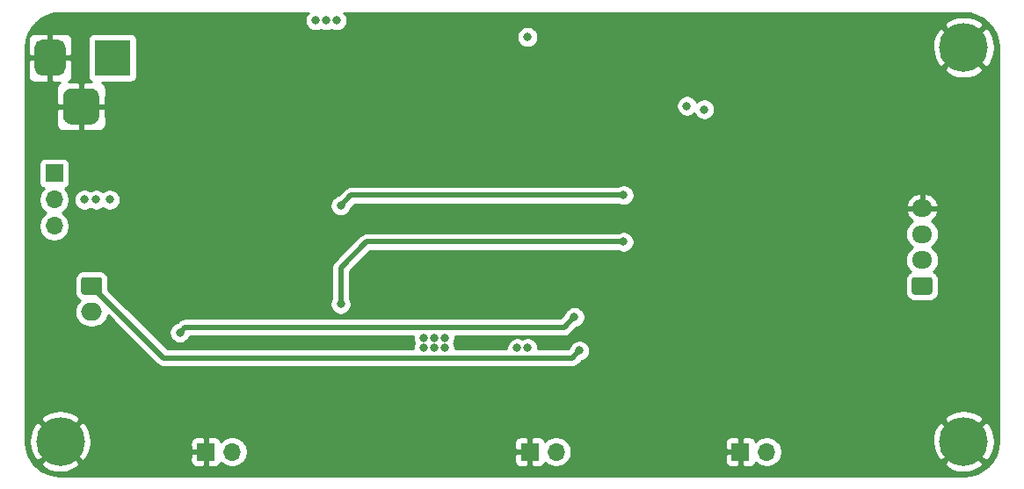
<source format=gbr>
%TF.GenerationSoftware,KiCad,Pcbnew,5.1.10-88a1d61d58~90~ubuntu21.04.1*%
%TF.CreationDate,2021-07-30T10:57:06+02:00*%
%TF.ProjectId,DccDecoder,44636344-6563-46f6-9465-722e6b696361,rev?*%
%TF.SameCoordinates,Original*%
%TF.FileFunction,Copper,L4,Bot*%
%TF.FilePolarity,Positive*%
%FSLAX46Y46*%
G04 Gerber Fmt 4.6, Leading zero omitted, Abs format (unit mm)*
G04 Created by KiCad (PCBNEW 5.1.10-88a1d61d58~90~ubuntu21.04.1) date 2021-07-30 10:57:06*
%MOMM*%
%LPD*%
G01*
G04 APERTURE LIST*
%TA.AperFunction,ComponentPad*%
%ADD10C,4.700000*%
%TD*%
%TA.AperFunction,ComponentPad*%
%ADD11O,1.700000X1.700000*%
%TD*%
%TA.AperFunction,ComponentPad*%
%ADD12R,1.700000X1.700000*%
%TD*%
%TA.AperFunction,ComponentPad*%
%ADD13R,3.500000X3.500000*%
%TD*%
%TA.AperFunction,ComponentPad*%
%ADD14O,1.950000X1.700000*%
%TD*%
%TA.AperFunction,ComponentPad*%
%ADD15O,2.000000X1.700000*%
%TD*%
%TA.AperFunction,ViaPad*%
%ADD16C,0.800000*%
%TD*%
%TA.AperFunction,Conductor*%
%ADD17C,0.500000*%
%TD*%
%TA.AperFunction,Conductor*%
%ADD18C,0.254000*%
%TD*%
%TA.AperFunction,Conductor*%
%ADD19C,0.100000*%
%TD*%
G04 APERTURE END LIST*
D10*
%TO.P,H3,1*%
%TO.N,GND*%
X111000000Y-24000000D03*
%TD*%
%TO.P,H2,1*%
%TO.N,GND*%
X111000000Y-62000000D03*
%TD*%
%TO.P,H1,1*%
%TO.N,GND*%
X24000000Y-62000000D03*
%TD*%
D11*
%TO.P,J6,2*%
%TO.N,+3V3*%
X92040000Y-63000000D03*
D12*
%TO.P,J6,1*%
%TO.N,GND*%
X89500000Y-63000000D03*
%TD*%
D11*
%TO.P,J5,2*%
%TO.N,+5V*%
X71750000Y-63000000D03*
D12*
%TO.P,J5,1*%
%TO.N,GND*%
X69210000Y-63000000D03*
%TD*%
%TO.P,J2,3*%
%TO.N,GND*%
%TA.AperFunction,ComponentPad*%
G36*
G01*
X24250000Y-30575000D02*
X24250000Y-28825000D01*
G75*
G02*
X25125000Y-27950000I875000J0D01*
G01*
X26875000Y-27950000D01*
G75*
G02*
X27750000Y-28825000I0J-875000D01*
G01*
X27750000Y-30575000D01*
G75*
G02*
X26875000Y-31450000I-875000J0D01*
G01*
X25125000Y-31450000D01*
G75*
G02*
X24250000Y-30575000I0J875000D01*
G01*
G37*
%TD.AperFunction*%
%TO.P,J2,2*%
%TA.AperFunction,ComponentPad*%
G36*
G01*
X21500000Y-26000000D02*
X21500000Y-24000000D01*
G75*
G02*
X22250000Y-23250000I750000J0D01*
G01*
X23750000Y-23250000D01*
G75*
G02*
X24500000Y-24000000I0J-750000D01*
G01*
X24500000Y-26000000D01*
G75*
G02*
X23750000Y-26750000I-750000J0D01*
G01*
X22250000Y-26750000D01*
G75*
G02*
X21500000Y-26000000I0J750000D01*
G01*
G37*
%TD.AperFunction*%
D13*
%TO.P,J2,1*%
%TO.N,/Power Distribution/Vin*%
X29000000Y-25000000D03*
%TD*%
D14*
%TO.P,J7,4*%
%TO.N,GND*%
X107000000Y-39500000D03*
%TO.P,J7,3*%
%TO.N,/_dcc*%
X107000000Y-42000000D03*
%TO.P,J7,2*%
%TO.N,/_ack*%
X107000000Y-44500000D03*
%TO.P,J7,1*%
%TO.N,+5V*%
%TA.AperFunction,ComponentPad*%
G36*
G01*
X107725000Y-47850000D02*
X106275000Y-47850000D01*
G75*
G02*
X106025000Y-47600000I0J250000D01*
G01*
X106025000Y-46400000D01*
G75*
G02*
X106275000Y-46150000I250000J0D01*
G01*
X107725000Y-46150000D01*
G75*
G02*
X107975000Y-46400000I0J-250000D01*
G01*
X107975000Y-47600000D01*
G75*
G02*
X107725000Y-47850000I-250000J0D01*
G01*
G37*
%TD.AperFunction*%
%TD*%
D11*
%TO.P,J4,2*%
%TO.N,Vdrive*%
X40540000Y-63000000D03*
D12*
%TO.P,J4,1*%
%TO.N,GND*%
X38000000Y-63000000D03*
%TD*%
D11*
%TO.P,J3,3*%
%TO.N,/Dcc Interface/DccPower*%
X23400000Y-41230000D03*
%TO.P,J3,2*%
%TO.N,Vdrive*%
X23400000Y-38690000D03*
D12*
%TO.P,J3,1*%
%TO.N,/Power Distribution/Vin*%
X23400000Y-36150000D03*
%TD*%
D15*
%TO.P,J1,2*%
%TO.N,/Dcc Interface/J*%
X27000000Y-49500000D03*
%TO.P,J1,1*%
%TO.N,/Dcc Interface/K*%
%TA.AperFunction,ComponentPad*%
G36*
G01*
X26250000Y-46150000D02*
X27750000Y-46150000D01*
G75*
G02*
X28000000Y-46400000I0J-250000D01*
G01*
X28000000Y-47600000D01*
G75*
G02*
X27750000Y-47850000I-250000J0D01*
G01*
X26250000Y-47850000D01*
G75*
G02*
X26000000Y-47600000I0J250000D01*
G01*
X26000000Y-46400000D01*
G75*
G02*
X26250000Y-46150000I250000J0D01*
G01*
G37*
%TD.AperFunction*%
%TD*%
D16*
%TO.N,GND*%
X102000000Y-48500000D03*
X61250000Y-31250000D03*
X60250000Y-31250000D03*
X59250000Y-31250000D03*
X62250000Y-31250000D03*
X79500000Y-46500000D03*
X79500000Y-49500000D03*
X59000000Y-36000000D03*
X45800000Y-31400000D03*
X44200000Y-27400000D03*
%TO.N,Vdrive*%
X50600000Y-21400000D03*
X49600000Y-21400000D03*
X48600000Y-21400000D03*
X26310000Y-38690000D03*
X27439988Y-38690000D03*
X28750000Y-38690000D03*
%TO.N,+5V*%
X59000000Y-53000000D03*
X60000000Y-53000000D03*
X61000000Y-53000000D03*
X61000000Y-52000000D03*
X60000000Y-52000000D03*
X59000000Y-52000000D03*
X69000000Y-53000000D03*
X68000000Y-53000000D03*
X69000000Y-23000000D03*
%TO.N,/Dcc Interface/K*%
X74000000Y-53250000D03*
%TO.N,/Dcc Interface/J*%
X35500000Y-51500000D03*
X73500000Y-50000000D03*
%TO.N,+3V3*%
X86025000Y-29975000D03*
X84350000Y-29650000D03*
%TO.N,/Dcc Interface/DccP+*%
X51000000Y-48750000D03*
X78250410Y-42749590D03*
%TO.N,/Dcc Interface/DccP-*%
X51000000Y-39250000D03*
X78250000Y-38250000D03*
%TD*%
D17*
%TO.N,/Dcc Interface/K*%
X33950001Y-53950001D02*
X27000000Y-47000000D01*
X73299999Y-53950001D02*
X33950001Y-53950001D01*
X74000000Y-53250000D02*
X73299999Y-53950001D01*
%TO.N,/Dcc Interface/J*%
X72500000Y-51000000D02*
X73500000Y-50000000D01*
X36000000Y-51000000D02*
X72500000Y-51000000D01*
X35500000Y-51500000D02*
X36000000Y-51000000D01*
%TO.N,/Dcc Interface/DccP+*%
X51000000Y-45250000D02*
X51000000Y-48750000D01*
X53500410Y-42749590D02*
X51000000Y-45250000D01*
X78250410Y-42749590D02*
X53500410Y-42749590D01*
%TO.N,/Dcc Interface/DccP-*%
X52000000Y-38250000D02*
X51000000Y-39250000D01*
X78250000Y-38250000D02*
X52000000Y-38250000D01*
%TD*%
D18*
%TO.N,GND*%
X47796063Y-20740226D02*
X47682795Y-20909744D01*
X47604774Y-21098102D01*
X47565000Y-21298061D01*
X47565000Y-21501939D01*
X47604774Y-21701898D01*
X47682795Y-21890256D01*
X47796063Y-22059774D01*
X47940226Y-22203937D01*
X48109744Y-22317205D01*
X48298102Y-22395226D01*
X48498061Y-22435000D01*
X48701939Y-22435000D01*
X48901898Y-22395226D01*
X49090256Y-22317205D01*
X49100000Y-22310694D01*
X49109744Y-22317205D01*
X49298102Y-22395226D01*
X49498061Y-22435000D01*
X49701939Y-22435000D01*
X49901898Y-22395226D01*
X50090256Y-22317205D01*
X50100000Y-22310694D01*
X50109744Y-22317205D01*
X50298102Y-22395226D01*
X50498061Y-22435000D01*
X50701939Y-22435000D01*
X50901898Y-22395226D01*
X51090256Y-22317205D01*
X51259774Y-22203937D01*
X51403937Y-22059774D01*
X51508334Y-21903532D01*
X109083137Y-21903532D01*
X111000000Y-23820395D01*
X112916863Y-21903532D01*
X112658702Y-21500927D01*
X112139285Y-21225349D01*
X111576087Y-21056399D01*
X110990750Y-21000570D01*
X110405767Y-21060008D01*
X109843621Y-21232429D01*
X109341298Y-21500927D01*
X109083137Y-21903532D01*
X51508334Y-21903532D01*
X51517205Y-21890256D01*
X51595226Y-21701898D01*
X51635000Y-21501939D01*
X51635000Y-21298061D01*
X51595226Y-21098102D01*
X51517205Y-20909744D01*
X51403937Y-20740226D01*
X51323711Y-20660000D01*
X110967722Y-20660000D01*
X111648126Y-20726714D01*
X112271572Y-20914943D01*
X112846579Y-21220681D01*
X113351247Y-21632279D01*
X113766362Y-22134067D01*
X114076105Y-22706924D01*
X114268682Y-23329039D01*
X114340001Y-24007594D01*
X114340000Y-61967721D01*
X114273286Y-62648126D01*
X114085057Y-63271570D01*
X113779323Y-63846573D01*
X113367721Y-64351248D01*
X112865933Y-64766362D01*
X112293077Y-65076104D01*
X111670961Y-65268682D01*
X110992417Y-65340000D01*
X24032279Y-65340000D01*
X23351874Y-65273286D01*
X22728430Y-65085057D01*
X22153427Y-64779323D01*
X21648752Y-64367721D01*
X21424353Y-64096468D01*
X22083137Y-64096468D01*
X22341298Y-64499073D01*
X22860715Y-64774651D01*
X23423913Y-64943601D01*
X24009250Y-64999430D01*
X24594233Y-64939992D01*
X25156379Y-64767571D01*
X25658702Y-64499073D01*
X25916863Y-64096468D01*
X24000000Y-62179605D01*
X22083137Y-64096468D01*
X21424353Y-64096468D01*
X21233638Y-63865933D01*
X20923896Y-63293077D01*
X20731318Y-62670961D01*
X20661770Y-62009250D01*
X21000570Y-62009250D01*
X21060008Y-62594233D01*
X21232429Y-63156379D01*
X21500927Y-63658702D01*
X21903532Y-63916863D01*
X23820395Y-62000000D01*
X24179605Y-62000000D01*
X26096468Y-63916863D01*
X26200741Y-63850000D01*
X36511928Y-63850000D01*
X36524188Y-63974482D01*
X36560498Y-64094180D01*
X36619463Y-64204494D01*
X36698815Y-64301185D01*
X36795506Y-64380537D01*
X36905820Y-64439502D01*
X37025518Y-64475812D01*
X37150000Y-64488072D01*
X37714250Y-64485000D01*
X37873000Y-64326250D01*
X37873000Y-63127000D01*
X36673750Y-63127000D01*
X36515000Y-63285750D01*
X36511928Y-63850000D01*
X26200741Y-63850000D01*
X26499073Y-63658702D01*
X26774651Y-63139285D01*
X26943601Y-62576087D01*
X26984240Y-62150000D01*
X36511928Y-62150000D01*
X36515000Y-62714250D01*
X36673750Y-62873000D01*
X37873000Y-62873000D01*
X37873000Y-61673750D01*
X38127000Y-61673750D01*
X38127000Y-62873000D01*
X38147000Y-62873000D01*
X38147000Y-63127000D01*
X38127000Y-63127000D01*
X38127000Y-64326250D01*
X38285750Y-64485000D01*
X38850000Y-64488072D01*
X38974482Y-64475812D01*
X39094180Y-64439502D01*
X39204494Y-64380537D01*
X39301185Y-64301185D01*
X39380537Y-64204494D01*
X39439502Y-64094180D01*
X39461513Y-64021620D01*
X39593368Y-64153475D01*
X39836589Y-64315990D01*
X40106842Y-64427932D01*
X40393740Y-64485000D01*
X40686260Y-64485000D01*
X40973158Y-64427932D01*
X41243411Y-64315990D01*
X41486632Y-64153475D01*
X41693475Y-63946632D01*
X41758042Y-63850000D01*
X67721928Y-63850000D01*
X67734188Y-63974482D01*
X67770498Y-64094180D01*
X67829463Y-64204494D01*
X67908815Y-64301185D01*
X68005506Y-64380537D01*
X68115820Y-64439502D01*
X68235518Y-64475812D01*
X68360000Y-64488072D01*
X68924250Y-64485000D01*
X69083000Y-64326250D01*
X69083000Y-63127000D01*
X67883750Y-63127000D01*
X67725000Y-63285750D01*
X67721928Y-63850000D01*
X41758042Y-63850000D01*
X41855990Y-63703411D01*
X41967932Y-63433158D01*
X42025000Y-63146260D01*
X42025000Y-62853740D01*
X41967932Y-62566842D01*
X41855990Y-62296589D01*
X41758043Y-62150000D01*
X67721928Y-62150000D01*
X67725000Y-62714250D01*
X67883750Y-62873000D01*
X69083000Y-62873000D01*
X69083000Y-61673750D01*
X69337000Y-61673750D01*
X69337000Y-62873000D01*
X69357000Y-62873000D01*
X69357000Y-63127000D01*
X69337000Y-63127000D01*
X69337000Y-64326250D01*
X69495750Y-64485000D01*
X70060000Y-64488072D01*
X70184482Y-64475812D01*
X70304180Y-64439502D01*
X70414494Y-64380537D01*
X70511185Y-64301185D01*
X70590537Y-64204494D01*
X70649502Y-64094180D01*
X70671513Y-64021620D01*
X70803368Y-64153475D01*
X71046589Y-64315990D01*
X71316842Y-64427932D01*
X71603740Y-64485000D01*
X71896260Y-64485000D01*
X72183158Y-64427932D01*
X72453411Y-64315990D01*
X72696632Y-64153475D01*
X72903475Y-63946632D01*
X72968042Y-63850000D01*
X88011928Y-63850000D01*
X88024188Y-63974482D01*
X88060498Y-64094180D01*
X88119463Y-64204494D01*
X88198815Y-64301185D01*
X88295506Y-64380537D01*
X88405820Y-64439502D01*
X88525518Y-64475812D01*
X88650000Y-64488072D01*
X89214250Y-64485000D01*
X89373000Y-64326250D01*
X89373000Y-63127000D01*
X88173750Y-63127000D01*
X88015000Y-63285750D01*
X88011928Y-63850000D01*
X72968042Y-63850000D01*
X73065990Y-63703411D01*
X73177932Y-63433158D01*
X73235000Y-63146260D01*
X73235000Y-62853740D01*
X73177932Y-62566842D01*
X73065990Y-62296589D01*
X72968043Y-62150000D01*
X88011928Y-62150000D01*
X88015000Y-62714250D01*
X88173750Y-62873000D01*
X89373000Y-62873000D01*
X89373000Y-61673750D01*
X89627000Y-61673750D01*
X89627000Y-62873000D01*
X89647000Y-62873000D01*
X89647000Y-63127000D01*
X89627000Y-63127000D01*
X89627000Y-64326250D01*
X89785750Y-64485000D01*
X90350000Y-64488072D01*
X90474482Y-64475812D01*
X90594180Y-64439502D01*
X90704494Y-64380537D01*
X90801185Y-64301185D01*
X90880537Y-64204494D01*
X90939502Y-64094180D01*
X90961513Y-64021620D01*
X91093368Y-64153475D01*
X91336589Y-64315990D01*
X91606842Y-64427932D01*
X91893740Y-64485000D01*
X92186260Y-64485000D01*
X92473158Y-64427932D01*
X92743411Y-64315990D01*
X92986632Y-64153475D01*
X93043639Y-64096468D01*
X109083137Y-64096468D01*
X109341298Y-64499073D01*
X109860715Y-64774651D01*
X110423913Y-64943601D01*
X111009250Y-64999430D01*
X111594233Y-64939992D01*
X112156379Y-64767571D01*
X112658702Y-64499073D01*
X112916863Y-64096468D01*
X111000000Y-62179605D01*
X109083137Y-64096468D01*
X93043639Y-64096468D01*
X93193475Y-63946632D01*
X93355990Y-63703411D01*
X93467932Y-63433158D01*
X93525000Y-63146260D01*
X93525000Y-62853740D01*
X93467932Y-62566842D01*
X93355990Y-62296589D01*
X93193475Y-62053368D01*
X93149357Y-62009250D01*
X108000570Y-62009250D01*
X108060008Y-62594233D01*
X108232429Y-63156379D01*
X108500927Y-63658702D01*
X108903532Y-63916863D01*
X110820395Y-62000000D01*
X111179605Y-62000000D01*
X113096468Y-63916863D01*
X113499073Y-63658702D01*
X113774651Y-63139285D01*
X113943601Y-62576087D01*
X113999430Y-61990750D01*
X113939992Y-61405767D01*
X113767571Y-60843621D01*
X113499073Y-60341298D01*
X113096468Y-60083137D01*
X111179605Y-62000000D01*
X110820395Y-62000000D01*
X108903532Y-60083137D01*
X108500927Y-60341298D01*
X108225349Y-60860715D01*
X108056399Y-61423913D01*
X108000570Y-62009250D01*
X93149357Y-62009250D01*
X92986632Y-61846525D01*
X92743411Y-61684010D01*
X92473158Y-61572068D01*
X92186260Y-61515000D01*
X91893740Y-61515000D01*
X91606842Y-61572068D01*
X91336589Y-61684010D01*
X91093368Y-61846525D01*
X90961513Y-61978380D01*
X90939502Y-61905820D01*
X90880537Y-61795506D01*
X90801185Y-61698815D01*
X90704494Y-61619463D01*
X90594180Y-61560498D01*
X90474482Y-61524188D01*
X90350000Y-61511928D01*
X89785750Y-61515000D01*
X89627000Y-61673750D01*
X89373000Y-61673750D01*
X89214250Y-61515000D01*
X88650000Y-61511928D01*
X88525518Y-61524188D01*
X88405820Y-61560498D01*
X88295506Y-61619463D01*
X88198815Y-61698815D01*
X88119463Y-61795506D01*
X88060498Y-61905820D01*
X88024188Y-62025518D01*
X88011928Y-62150000D01*
X72968043Y-62150000D01*
X72903475Y-62053368D01*
X72696632Y-61846525D01*
X72453411Y-61684010D01*
X72183158Y-61572068D01*
X71896260Y-61515000D01*
X71603740Y-61515000D01*
X71316842Y-61572068D01*
X71046589Y-61684010D01*
X70803368Y-61846525D01*
X70671513Y-61978380D01*
X70649502Y-61905820D01*
X70590537Y-61795506D01*
X70511185Y-61698815D01*
X70414494Y-61619463D01*
X70304180Y-61560498D01*
X70184482Y-61524188D01*
X70060000Y-61511928D01*
X69495750Y-61515000D01*
X69337000Y-61673750D01*
X69083000Y-61673750D01*
X68924250Y-61515000D01*
X68360000Y-61511928D01*
X68235518Y-61524188D01*
X68115820Y-61560498D01*
X68005506Y-61619463D01*
X67908815Y-61698815D01*
X67829463Y-61795506D01*
X67770498Y-61905820D01*
X67734188Y-62025518D01*
X67721928Y-62150000D01*
X41758043Y-62150000D01*
X41693475Y-62053368D01*
X41486632Y-61846525D01*
X41243411Y-61684010D01*
X40973158Y-61572068D01*
X40686260Y-61515000D01*
X40393740Y-61515000D01*
X40106842Y-61572068D01*
X39836589Y-61684010D01*
X39593368Y-61846525D01*
X39461513Y-61978380D01*
X39439502Y-61905820D01*
X39380537Y-61795506D01*
X39301185Y-61698815D01*
X39204494Y-61619463D01*
X39094180Y-61560498D01*
X38974482Y-61524188D01*
X38850000Y-61511928D01*
X38285750Y-61515000D01*
X38127000Y-61673750D01*
X37873000Y-61673750D01*
X37714250Y-61515000D01*
X37150000Y-61511928D01*
X37025518Y-61524188D01*
X36905820Y-61560498D01*
X36795506Y-61619463D01*
X36698815Y-61698815D01*
X36619463Y-61795506D01*
X36560498Y-61905820D01*
X36524188Y-62025518D01*
X36511928Y-62150000D01*
X26984240Y-62150000D01*
X26999430Y-61990750D01*
X26939992Y-61405767D01*
X26767571Y-60843621D01*
X26499073Y-60341298D01*
X26096468Y-60083137D01*
X24179605Y-62000000D01*
X23820395Y-62000000D01*
X21903532Y-60083137D01*
X21500927Y-60341298D01*
X21225349Y-60860715D01*
X21056399Y-61423913D01*
X21000570Y-62009250D01*
X20661770Y-62009250D01*
X20660000Y-61992417D01*
X20660000Y-59903532D01*
X22083137Y-59903532D01*
X24000000Y-61820395D01*
X25916863Y-59903532D01*
X109083137Y-59903532D01*
X111000000Y-61820395D01*
X112916863Y-59903532D01*
X112658702Y-59500927D01*
X112139285Y-59225349D01*
X111576087Y-59056399D01*
X110990750Y-59000570D01*
X110405767Y-59060008D01*
X109843621Y-59232429D01*
X109341298Y-59500927D01*
X109083137Y-59903532D01*
X25916863Y-59903532D01*
X25658702Y-59500927D01*
X25139285Y-59225349D01*
X24576087Y-59056399D01*
X23990750Y-59000570D01*
X23405767Y-59060008D01*
X22843621Y-59232429D01*
X22341298Y-59500927D01*
X22083137Y-59903532D01*
X20660000Y-59903532D01*
X20660000Y-49500000D01*
X25357815Y-49500000D01*
X25386487Y-49791111D01*
X25471401Y-50071034D01*
X25609294Y-50329014D01*
X25794866Y-50555134D01*
X26020986Y-50740706D01*
X26278966Y-50878599D01*
X26558889Y-50963513D01*
X26777050Y-50985000D01*
X27222950Y-50985000D01*
X27441111Y-50963513D01*
X27721034Y-50878599D01*
X27979014Y-50740706D01*
X28205134Y-50555134D01*
X28390706Y-50329014D01*
X28528599Y-50071034D01*
X28596294Y-49847873D01*
X33293471Y-54545050D01*
X33321184Y-54578818D01*
X33354952Y-54606531D01*
X33354954Y-54606533D01*
X33455942Y-54689412D01*
X33609687Y-54771590D01*
X33776511Y-54822196D01*
X33906524Y-54835001D01*
X33906532Y-54835001D01*
X33950001Y-54839282D01*
X33993470Y-54835001D01*
X73256530Y-54835001D01*
X73299999Y-54839282D01*
X73343468Y-54835001D01*
X73343476Y-54835001D01*
X73473489Y-54822196D01*
X73640312Y-54771590D01*
X73794058Y-54689412D01*
X73928816Y-54578818D01*
X73956533Y-54545045D01*
X74245043Y-54256535D01*
X74301898Y-54245226D01*
X74490256Y-54167205D01*
X74659774Y-54053937D01*
X74803937Y-53909774D01*
X74917205Y-53740256D01*
X74995226Y-53551898D01*
X75035000Y-53351939D01*
X75035000Y-53148061D01*
X74995226Y-52948102D01*
X74917205Y-52759744D01*
X74803937Y-52590226D01*
X74659774Y-52446063D01*
X74490256Y-52332795D01*
X74301898Y-52254774D01*
X74101939Y-52215000D01*
X73898061Y-52215000D01*
X73698102Y-52254774D01*
X73509744Y-52332795D01*
X73340226Y-52446063D01*
X73196063Y-52590226D01*
X73082795Y-52759744D01*
X73004774Y-52948102D01*
X72993465Y-53004957D01*
X72933421Y-53065001D01*
X70035000Y-53065001D01*
X70035000Y-52898061D01*
X69995226Y-52698102D01*
X69917205Y-52509744D01*
X69803937Y-52340226D01*
X69659774Y-52196063D01*
X69490256Y-52082795D01*
X69301898Y-52004774D01*
X69101939Y-51965000D01*
X68898061Y-51965000D01*
X68698102Y-52004774D01*
X68509744Y-52082795D01*
X68500000Y-52089306D01*
X68490256Y-52082795D01*
X68301898Y-52004774D01*
X68101939Y-51965000D01*
X67898061Y-51965000D01*
X67698102Y-52004774D01*
X67509744Y-52082795D01*
X67340226Y-52196063D01*
X67196063Y-52340226D01*
X67082795Y-52509744D01*
X67004774Y-52698102D01*
X66965000Y-52898061D01*
X66965000Y-53065001D01*
X62035000Y-53065001D01*
X62035000Y-52898061D01*
X61995226Y-52698102D01*
X61917205Y-52509744D01*
X61910694Y-52500000D01*
X61917205Y-52490256D01*
X61995226Y-52301898D01*
X62035000Y-52101939D01*
X62035000Y-51898061D01*
X62032402Y-51885000D01*
X72456531Y-51885000D01*
X72500000Y-51889281D01*
X72543469Y-51885000D01*
X72543477Y-51885000D01*
X72673490Y-51872195D01*
X72840313Y-51821589D01*
X72994059Y-51739411D01*
X73128817Y-51628817D01*
X73156534Y-51595044D01*
X73745044Y-51006535D01*
X73801898Y-50995226D01*
X73990256Y-50917205D01*
X74159774Y-50803937D01*
X74303937Y-50659774D01*
X74417205Y-50490256D01*
X74495226Y-50301898D01*
X74535000Y-50101939D01*
X74535000Y-49898061D01*
X74495226Y-49698102D01*
X74417205Y-49509744D01*
X74303937Y-49340226D01*
X74159774Y-49196063D01*
X73990256Y-49082795D01*
X73801898Y-49004774D01*
X73601939Y-48965000D01*
X73398061Y-48965000D01*
X73198102Y-49004774D01*
X73009744Y-49082795D01*
X72840226Y-49196063D01*
X72696063Y-49340226D01*
X72582795Y-49509744D01*
X72504774Y-49698102D01*
X72493465Y-49754956D01*
X72133422Y-50115000D01*
X36043469Y-50115000D01*
X36000000Y-50110719D01*
X35956531Y-50115000D01*
X35956523Y-50115000D01*
X35826510Y-50127805D01*
X35659687Y-50178411D01*
X35505941Y-50260589D01*
X35371183Y-50371183D01*
X35343468Y-50404954D01*
X35254957Y-50493465D01*
X35198102Y-50504774D01*
X35009744Y-50582795D01*
X34840226Y-50696063D01*
X34696063Y-50840226D01*
X34582795Y-51009744D01*
X34504774Y-51198102D01*
X34465000Y-51398061D01*
X34465000Y-51601939D01*
X34504774Y-51801898D01*
X34582795Y-51990256D01*
X34696063Y-52159774D01*
X34840226Y-52303937D01*
X35009744Y-52417205D01*
X35198102Y-52495226D01*
X35398061Y-52535000D01*
X35601939Y-52535000D01*
X35801898Y-52495226D01*
X35990256Y-52417205D01*
X36159774Y-52303937D01*
X36303937Y-52159774D01*
X36417205Y-51990256D01*
X36460804Y-51885000D01*
X57967598Y-51885000D01*
X57965000Y-51898061D01*
X57965000Y-52101939D01*
X58004774Y-52301898D01*
X58082795Y-52490256D01*
X58089306Y-52500000D01*
X58082795Y-52509744D01*
X58004774Y-52698102D01*
X57965000Y-52898061D01*
X57965000Y-53065001D01*
X34316580Y-53065001D01*
X29899640Y-48648061D01*
X49965000Y-48648061D01*
X49965000Y-48851939D01*
X50004774Y-49051898D01*
X50082795Y-49240256D01*
X50196063Y-49409774D01*
X50340226Y-49553937D01*
X50509744Y-49667205D01*
X50698102Y-49745226D01*
X50898061Y-49785000D01*
X51101939Y-49785000D01*
X51301898Y-49745226D01*
X51490256Y-49667205D01*
X51659774Y-49553937D01*
X51803937Y-49409774D01*
X51917205Y-49240256D01*
X51995226Y-49051898D01*
X52035000Y-48851939D01*
X52035000Y-48648061D01*
X51995226Y-48448102D01*
X51917205Y-48259744D01*
X51885000Y-48211546D01*
X51885000Y-45616578D01*
X53866989Y-43634590D01*
X77711956Y-43634590D01*
X77760154Y-43666795D01*
X77948512Y-43744816D01*
X78148471Y-43784590D01*
X78352349Y-43784590D01*
X78552308Y-43744816D01*
X78740666Y-43666795D01*
X78910184Y-43553527D01*
X79054347Y-43409364D01*
X79167615Y-43239846D01*
X79245636Y-43051488D01*
X79285410Y-42851529D01*
X79285410Y-42647651D01*
X79245636Y-42447692D01*
X79167615Y-42259334D01*
X79054347Y-42089816D01*
X78964531Y-42000000D01*
X105382815Y-42000000D01*
X105411487Y-42291111D01*
X105496401Y-42571034D01*
X105634294Y-42829014D01*
X105819866Y-43055134D01*
X106045986Y-43240706D01*
X106063374Y-43250000D01*
X106045986Y-43259294D01*
X105819866Y-43444866D01*
X105634294Y-43670986D01*
X105496401Y-43928966D01*
X105411487Y-44208889D01*
X105382815Y-44500000D01*
X105411487Y-44791111D01*
X105496401Y-45071034D01*
X105634294Y-45329014D01*
X105819866Y-45555134D01*
X105883337Y-45607223D01*
X105781614Y-45661595D01*
X105647038Y-45772038D01*
X105536595Y-45906614D01*
X105454528Y-46060150D01*
X105403992Y-46226746D01*
X105386928Y-46400000D01*
X105386928Y-47600000D01*
X105403992Y-47773254D01*
X105454528Y-47939850D01*
X105536595Y-48093386D01*
X105647038Y-48227962D01*
X105781614Y-48338405D01*
X105935150Y-48420472D01*
X106101746Y-48471008D01*
X106275000Y-48488072D01*
X107725000Y-48488072D01*
X107898254Y-48471008D01*
X108064850Y-48420472D01*
X108218386Y-48338405D01*
X108352962Y-48227962D01*
X108463405Y-48093386D01*
X108545472Y-47939850D01*
X108596008Y-47773254D01*
X108613072Y-47600000D01*
X108613072Y-46400000D01*
X108596008Y-46226746D01*
X108545472Y-46060150D01*
X108463405Y-45906614D01*
X108352962Y-45772038D01*
X108218386Y-45661595D01*
X108116663Y-45607223D01*
X108180134Y-45555134D01*
X108365706Y-45329014D01*
X108503599Y-45071034D01*
X108588513Y-44791111D01*
X108617185Y-44500000D01*
X108588513Y-44208889D01*
X108503599Y-43928966D01*
X108365706Y-43670986D01*
X108180134Y-43444866D01*
X107954014Y-43259294D01*
X107936626Y-43250000D01*
X107954014Y-43240706D01*
X108180134Y-43055134D01*
X108365706Y-42829014D01*
X108503599Y-42571034D01*
X108588513Y-42291111D01*
X108617185Y-42000000D01*
X108588513Y-41708889D01*
X108503599Y-41428966D01*
X108365706Y-41170986D01*
X108180134Y-40944866D01*
X107954014Y-40759294D01*
X107928278Y-40745538D01*
X108134429Y-40589049D01*
X108327496Y-40371193D01*
X108474352Y-40119858D01*
X108566476Y-39856890D01*
X108445155Y-39627000D01*
X107127000Y-39627000D01*
X107127000Y-39647000D01*
X106873000Y-39647000D01*
X106873000Y-39627000D01*
X105554845Y-39627000D01*
X105433524Y-39856890D01*
X105525648Y-40119858D01*
X105672504Y-40371193D01*
X105865571Y-40589049D01*
X106071722Y-40745538D01*
X106045986Y-40759294D01*
X105819866Y-40944866D01*
X105634294Y-41170986D01*
X105496401Y-41428966D01*
X105411487Y-41708889D01*
X105382815Y-42000000D01*
X78964531Y-42000000D01*
X78910184Y-41945653D01*
X78740666Y-41832385D01*
X78552308Y-41754364D01*
X78352349Y-41714590D01*
X78148471Y-41714590D01*
X77948512Y-41754364D01*
X77760154Y-41832385D01*
X77711956Y-41864590D01*
X53543879Y-41864590D01*
X53500410Y-41860309D01*
X53456941Y-41864590D01*
X53456933Y-41864590D01*
X53326920Y-41877395D01*
X53160097Y-41928001D01*
X53025395Y-42000000D01*
X53006351Y-42010179D01*
X52905363Y-42093058D01*
X52905361Y-42093060D01*
X52871593Y-42120773D01*
X52843880Y-42154541D01*
X50404956Y-44593466D01*
X50371183Y-44621183D01*
X50260589Y-44755942D01*
X50178411Y-44909688D01*
X50127805Y-45076511D01*
X50115000Y-45206524D01*
X50115000Y-45206531D01*
X50110719Y-45250000D01*
X50115000Y-45293469D01*
X50115001Y-48211544D01*
X50082795Y-48259744D01*
X50004774Y-48448102D01*
X49965000Y-48648061D01*
X29899640Y-48648061D01*
X28638072Y-47386494D01*
X28638072Y-46400000D01*
X28621008Y-46226746D01*
X28570472Y-46060150D01*
X28488405Y-45906614D01*
X28377962Y-45772038D01*
X28243386Y-45661595D01*
X28089850Y-45579528D01*
X27923254Y-45528992D01*
X27750000Y-45511928D01*
X26250000Y-45511928D01*
X26076746Y-45528992D01*
X25910150Y-45579528D01*
X25756614Y-45661595D01*
X25622038Y-45772038D01*
X25511595Y-45906614D01*
X25429528Y-46060150D01*
X25378992Y-46226746D01*
X25361928Y-46400000D01*
X25361928Y-47600000D01*
X25378992Y-47773254D01*
X25429528Y-47939850D01*
X25511595Y-48093386D01*
X25622038Y-48227962D01*
X25756614Y-48338405D01*
X25858337Y-48392777D01*
X25794866Y-48444866D01*
X25609294Y-48670986D01*
X25471401Y-48928966D01*
X25386487Y-49208889D01*
X25357815Y-49500000D01*
X20660000Y-49500000D01*
X20660000Y-35300000D01*
X21911928Y-35300000D01*
X21911928Y-37000000D01*
X21924188Y-37124482D01*
X21960498Y-37244180D01*
X22019463Y-37354494D01*
X22098815Y-37451185D01*
X22195506Y-37530537D01*
X22305820Y-37589502D01*
X22378380Y-37611513D01*
X22246525Y-37743368D01*
X22084010Y-37986589D01*
X21972068Y-38256842D01*
X21915000Y-38543740D01*
X21915000Y-38836260D01*
X21972068Y-39123158D01*
X22084010Y-39393411D01*
X22246525Y-39636632D01*
X22453368Y-39843475D01*
X22627760Y-39960000D01*
X22453368Y-40076525D01*
X22246525Y-40283368D01*
X22084010Y-40526589D01*
X21972068Y-40796842D01*
X21915000Y-41083740D01*
X21915000Y-41376260D01*
X21972068Y-41663158D01*
X22084010Y-41933411D01*
X22246525Y-42176632D01*
X22453368Y-42383475D01*
X22696589Y-42545990D01*
X22966842Y-42657932D01*
X23253740Y-42715000D01*
X23546260Y-42715000D01*
X23833158Y-42657932D01*
X24103411Y-42545990D01*
X24346632Y-42383475D01*
X24553475Y-42176632D01*
X24715990Y-41933411D01*
X24827932Y-41663158D01*
X24885000Y-41376260D01*
X24885000Y-41083740D01*
X24827932Y-40796842D01*
X24715990Y-40526589D01*
X24553475Y-40283368D01*
X24346632Y-40076525D01*
X24172240Y-39960000D01*
X24346632Y-39843475D01*
X24553475Y-39636632D01*
X24715990Y-39393411D01*
X24827932Y-39123158D01*
X24885000Y-38836260D01*
X24885000Y-38588061D01*
X25275000Y-38588061D01*
X25275000Y-38791939D01*
X25314774Y-38991898D01*
X25392795Y-39180256D01*
X25506063Y-39349774D01*
X25650226Y-39493937D01*
X25819744Y-39607205D01*
X26008102Y-39685226D01*
X26208061Y-39725000D01*
X26411939Y-39725000D01*
X26611898Y-39685226D01*
X26800256Y-39607205D01*
X26874994Y-39557267D01*
X26949732Y-39607205D01*
X27138090Y-39685226D01*
X27338049Y-39725000D01*
X27541927Y-39725000D01*
X27741886Y-39685226D01*
X27930244Y-39607205D01*
X28094994Y-39497123D01*
X28259744Y-39607205D01*
X28448102Y-39685226D01*
X28648061Y-39725000D01*
X28851939Y-39725000D01*
X29051898Y-39685226D01*
X29240256Y-39607205D01*
X29409774Y-39493937D01*
X29553937Y-39349774D01*
X29667205Y-39180256D01*
X29680540Y-39148061D01*
X49965000Y-39148061D01*
X49965000Y-39351939D01*
X50004774Y-39551898D01*
X50082795Y-39740256D01*
X50196063Y-39909774D01*
X50340226Y-40053937D01*
X50509744Y-40167205D01*
X50698102Y-40245226D01*
X50898061Y-40285000D01*
X51101939Y-40285000D01*
X51301898Y-40245226D01*
X51490256Y-40167205D01*
X51659774Y-40053937D01*
X51803937Y-39909774D01*
X51917205Y-39740256D01*
X51995226Y-39551898D01*
X52006535Y-39495043D01*
X52366579Y-39135000D01*
X77711546Y-39135000D01*
X77759744Y-39167205D01*
X77948102Y-39245226D01*
X78148061Y-39285000D01*
X78351939Y-39285000D01*
X78551898Y-39245226D01*
X78740256Y-39167205D01*
X78776316Y-39143110D01*
X105433524Y-39143110D01*
X105554845Y-39373000D01*
X106873000Y-39373000D01*
X106873000Y-38173835D01*
X107127000Y-38173835D01*
X107127000Y-39373000D01*
X108445155Y-39373000D01*
X108566476Y-39143110D01*
X108474352Y-38880142D01*
X108327496Y-38628807D01*
X108134429Y-38410951D01*
X107902570Y-38234947D01*
X107640830Y-38107558D01*
X107359267Y-38033680D01*
X107127000Y-38173835D01*
X106873000Y-38173835D01*
X106640733Y-38033680D01*
X106359170Y-38107558D01*
X106097430Y-38234947D01*
X105865571Y-38410951D01*
X105672504Y-38628807D01*
X105525648Y-38880142D01*
X105433524Y-39143110D01*
X78776316Y-39143110D01*
X78909774Y-39053937D01*
X79053937Y-38909774D01*
X79167205Y-38740256D01*
X79245226Y-38551898D01*
X79285000Y-38351939D01*
X79285000Y-38148061D01*
X79245226Y-37948102D01*
X79167205Y-37759744D01*
X79053937Y-37590226D01*
X78909774Y-37446063D01*
X78740256Y-37332795D01*
X78551898Y-37254774D01*
X78351939Y-37215000D01*
X78148061Y-37215000D01*
X77948102Y-37254774D01*
X77759744Y-37332795D01*
X77711546Y-37365000D01*
X52043469Y-37365000D01*
X52000000Y-37360719D01*
X51956531Y-37365000D01*
X51956523Y-37365000D01*
X51826510Y-37377805D01*
X51659686Y-37428411D01*
X51505941Y-37510589D01*
X51404953Y-37593468D01*
X51404951Y-37593470D01*
X51371183Y-37621183D01*
X51343470Y-37654951D01*
X50754957Y-38243465D01*
X50698102Y-38254774D01*
X50509744Y-38332795D01*
X50340226Y-38446063D01*
X50196063Y-38590226D01*
X50082795Y-38759744D01*
X50004774Y-38948102D01*
X49965000Y-39148061D01*
X29680540Y-39148061D01*
X29745226Y-38991898D01*
X29785000Y-38791939D01*
X29785000Y-38588061D01*
X29745226Y-38388102D01*
X29667205Y-38199744D01*
X29553937Y-38030226D01*
X29409774Y-37886063D01*
X29240256Y-37772795D01*
X29051898Y-37694774D01*
X28851939Y-37655000D01*
X28648061Y-37655000D01*
X28448102Y-37694774D01*
X28259744Y-37772795D01*
X28094994Y-37882877D01*
X27930244Y-37772795D01*
X27741886Y-37694774D01*
X27541927Y-37655000D01*
X27338049Y-37655000D01*
X27138090Y-37694774D01*
X26949732Y-37772795D01*
X26874994Y-37822733D01*
X26800256Y-37772795D01*
X26611898Y-37694774D01*
X26411939Y-37655000D01*
X26208061Y-37655000D01*
X26008102Y-37694774D01*
X25819744Y-37772795D01*
X25650226Y-37886063D01*
X25506063Y-38030226D01*
X25392795Y-38199744D01*
X25314774Y-38388102D01*
X25275000Y-38588061D01*
X24885000Y-38588061D01*
X24885000Y-38543740D01*
X24827932Y-38256842D01*
X24715990Y-37986589D01*
X24553475Y-37743368D01*
X24421620Y-37611513D01*
X24494180Y-37589502D01*
X24604494Y-37530537D01*
X24701185Y-37451185D01*
X24780537Y-37354494D01*
X24839502Y-37244180D01*
X24875812Y-37124482D01*
X24888072Y-37000000D01*
X24888072Y-35300000D01*
X24875812Y-35175518D01*
X24839502Y-35055820D01*
X24780537Y-34945506D01*
X24701185Y-34848815D01*
X24604494Y-34769463D01*
X24494180Y-34710498D01*
X24374482Y-34674188D01*
X24250000Y-34661928D01*
X22550000Y-34661928D01*
X22425518Y-34674188D01*
X22305820Y-34710498D01*
X22195506Y-34769463D01*
X22098815Y-34848815D01*
X22019463Y-34945506D01*
X21960498Y-35055820D01*
X21924188Y-35175518D01*
X21911928Y-35300000D01*
X20660000Y-35300000D01*
X20660000Y-31450000D01*
X23611928Y-31450000D01*
X23624188Y-31574482D01*
X23660498Y-31694180D01*
X23719463Y-31804494D01*
X23798815Y-31901185D01*
X23895506Y-31980537D01*
X24005820Y-32039502D01*
X24125518Y-32075812D01*
X24250000Y-32088072D01*
X25714250Y-32085000D01*
X25873000Y-31926250D01*
X25873000Y-29827000D01*
X26127000Y-29827000D01*
X26127000Y-31926250D01*
X26285750Y-32085000D01*
X27750000Y-32088072D01*
X27874482Y-32075812D01*
X27994180Y-32039502D01*
X28104494Y-31980537D01*
X28201185Y-31901185D01*
X28280537Y-31804494D01*
X28339502Y-31694180D01*
X28375812Y-31574482D01*
X28388072Y-31450000D01*
X28385000Y-29985750D01*
X28226250Y-29827000D01*
X26127000Y-29827000D01*
X25873000Y-29827000D01*
X23773750Y-29827000D01*
X23615000Y-29985750D01*
X23611928Y-31450000D01*
X20660000Y-31450000D01*
X20660000Y-26750000D01*
X20861928Y-26750000D01*
X20874188Y-26874482D01*
X20910498Y-26994180D01*
X20969463Y-27104494D01*
X21048815Y-27201185D01*
X21145506Y-27280537D01*
X21255820Y-27339502D01*
X21375518Y-27375812D01*
X21500000Y-27388072D01*
X22714250Y-27385000D01*
X22873000Y-27226250D01*
X22873000Y-25127000D01*
X23127000Y-25127000D01*
X23127000Y-27226250D01*
X23285750Y-27385000D01*
X23956805Y-27386698D01*
X23895506Y-27419463D01*
X23798815Y-27498815D01*
X23719463Y-27595506D01*
X23660498Y-27705820D01*
X23624188Y-27825518D01*
X23611928Y-27950000D01*
X23615000Y-29414250D01*
X23773750Y-29573000D01*
X25873000Y-29573000D01*
X25873000Y-27473750D01*
X26127000Y-27473750D01*
X26127000Y-29573000D01*
X28226250Y-29573000D01*
X28251189Y-29548061D01*
X83315000Y-29548061D01*
X83315000Y-29751939D01*
X83354774Y-29951898D01*
X83432795Y-30140256D01*
X83546063Y-30309774D01*
X83690226Y-30453937D01*
X83859744Y-30567205D01*
X84048102Y-30645226D01*
X84248061Y-30685000D01*
X84451939Y-30685000D01*
X84651898Y-30645226D01*
X84840256Y-30567205D01*
X85009774Y-30453937D01*
X85075770Y-30387941D01*
X85107795Y-30465256D01*
X85221063Y-30634774D01*
X85365226Y-30778937D01*
X85534744Y-30892205D01*
X85723102Y-30970226D01*
X85923061Y-31010000D01*
X86126939Y-31010000D01*
X86326898Y-30970226D01*
X86515256Y-30892205D01*
X86684774Y-30778937D01*
X86828937Y-30634774D01*
X86942205Y-30465256D01*
X87020226Y-30276898D01*
X87060000Y-30076939D01*
X87060000Y-29873061D01*
X87020226Y-29673102D01*
X86942205Y-29484744D01*
X86828937Y-29315226D01*
X86684774Y-29171063D01*
X86515256Y-29057795D01*
X86326898Y-28979774D01*
X86126939Y-28940000D01*
X85923061Y-28940000D01*
X85723102Y-28979774D01*
X85534744Y-29057795D01*
X85365226Y-29171063D01*
X85299230Y-29237059D01*
X85267205Y-29159744D01*
X85153937Y-28990226D01*
X85009774Y-28846063D01*
X84840256Y-28732795D01*
X84651898Y-28654774D01*
X84451939Y-28615000D01*
X84248061Y-28615000D01*
X84048102Y-28654774D01*
X83859744Y-28732795D01*
X83690226Y-28846063D01*
X83546063Y-28990226D01*
X83432795Y-29159744D01*
X83354774Y-29348102D01*
X83315000Y-29548061D01*
X28251189Y-29548061D01*
X28385000Y-29414250D01*
X28388072Y-27950000D01*
X28375812Y-27825518D01*
X28339502Y-27705820D01*
X28280537Y-27595506D01*
X28201185Y-27498815D01*
X28104494Y-27419463D01*
X28045767Y-27388072D01*
X30750000Y-27388072D01*
X30874482Y-27375812D01*
X30994180Y-27339502D01*
X31104494Y-27280537D01*
X31201185Y-27201185D01*
X31280537Y-27104494D01*
X31339502Y-26994180D01*
X31375812Y-26874482D01*
X31388072Y-26750000D01*
X31388072Y-26096468D01*
X109083137Y-26096468D01*
X109341298Y-26499073D01*
X109860715Y-26774651D01*
X110423913Y-26943601D01*
X111009250Y-26999430D01*
X111594233Y-26939992D01*
X112156379Y-26767571D01*
X112658702Y-26499073D01*
X112916863Y-26096468D01*
X111000000Y-24179605D01*
X109083137Y-26096468D01*
X31388072Y-26096468D01*
X31388072Y-23250000D01*
X31375812Y-23125518D01*
X31339502Y-23005820D01*
X31281903Y-22898061D01*
X67965000Y-22898061D01*
X67965000Y-23101939D01*
X68004774Y-23301898D01*
X68082795Y-23490256D01*
X68196063Y-23659774D01*
X68340226Y-23803937D01*
X68509744Y-23917205D01*
X68698102Y-23995226D01*
X68898061Y-24035000D01*
X69101939Y-24035000D01*
X69231394Y-24009250D01*
X108000570Y-24009250D01*
X108060008Y-24594233D01*
X108232429Y-25156379D01*
X108500927Y-25658702D01*
X108903532Y-25916863D01*
X110820395Y-24000000D01*
X111179605Y-24000000D01*
X113096468Y-25916863D01*
X113499073Y-25658702D01*
X113774651Y-25139285D01*
X113943601Y-24576087D01*
X113999430Y-23990750D01*
X113939992Y-23405767D01*
X113767571Y-22843621D01*
X113499073Y-22341298D01*
X113096468Y-22083137D01*
X111179605Y-24000000D01*
X110820395Y-24000000D01*
X108903532Y-22083137D01*
X108500927Y-22341298D01*
X108225349Y-22860715D01*
X108056399Y-23423913D01*
X108000570Y-24009250D01*
X69231394Y-24009250D01*
X69301898Y-23995226D01*
X69490256Y-23917205D01*
X69659774Y-23803937D01*
X69803937Y-23659774D01*
X69917205Y-23490256D01*
X69995226Y-23301898D01*
X70035000Y-23101939D01*
X70035000Y-22898061D01*
X69995226Y-22698102D01*
X69917205Y-22509744D01*
X69803937Y-22340226D01*
X69659774Y-22196063D01*
X69490256Y-22082795D01*
X69301898Y-22004774D01*
X69101939Y-21965000D01*
X68898061Y-21965000D01*
X68698102Y-22004774D01*
X68509744Y-22082795D01*
X68340226Y-22196063D01*
X68196063Y-22340226D01*
X68082795Y-22509744D01*
X68004774Y-22698102D01*
X67965000Y-22898061D01*
X31281903Y-22898061D01*
X31280537Y-22895506D01*
X31201185Y-22798815D01*
X31104494Y-22719463D01*
X30994180Y-22660498D01*
X30874482Y-22624188D01*
X30750000Y-22611928D01*
X27250000Y-22611928D01*
X27125518Y-22624188D01*
X27005820Y-22660498D01*
X26895506Y-22719463D01*
X26798815Y-22798815D01*
X26719463Y-22895506D01*
X26660498Y-23005820D01*
X26624188Y-23125518D01*
X26611928Y-23250000D01*
X26611928Y-26750000D01*
X26624188Y-26874482D01*
X26660498Y-26994180D01*
X26719463Y-27104494D01*
X26798815Y-27201185D01*
X26895506Y-27280537D01*
X26957345Y-27313591D01*
X26285750Y-27315000D01*
X26127000Y-27473750D01*
X25873000Y-27473750D01*
X25714250Y-27315000D01*
X24793633Y-27313069D01*
X24854494Y-27280537D01*
X24951185Y-27201185D01*
X25030537Y-27104494D01*
X25089502Y-26994180D01*
X25125812Y-26874482D01*
X25138072Y-26750000D01*
X25135000Y-25285750D01*
X24976250Y-25127000D01*
X23127000Y-25127000D01*
X22873000Y-25127000D01*
X21023750Y-25127000D01*
X20865000Y-25285750D01*
X20861928Y-26750000D01*
X20660000Y-26750000D01*
X20660000Y-24032278D01*
X20726714Y-23351874D01*
X20757471Y-23250000D01*
X20861928Y-23250000D01*
X20865000Y-24714250D01*
X21023750Y-24873000D01*
X22873000Y-24873000D01*
X22873000Y-22773750D01*
X23127000Y-22773750D01*
X23127000Y-24873000D01*
X24976250Y-24873000D01*
X25135000Y-24714250D01*
X25138072Y-23250000D01*
X25125812Y-23125518D01*
X25089502Y-23005820D01*
X25030537Y-22895506D01*
X24951185Y-22798815D01*
X24854494Y-22719463D01*
X24744180Y-22660498D01*
X24624482Y-22624188D01*
X24500000Y-22611928D01*
X23285750Y-22615000D01*
X23127000Y-22773750D01*
X22873000Y-22773750D01*
X22714250Y-22615000D01*
X21500000Y-22611928D01*
X21375518Y-22624188D01*
X21255820Y-22660498D01*
X21145506Y-22719463D01*
X21048815Y-22798815D01*
X20969463Y-22895506D01*
X20910498Y-23005820D01*
X20874188Y-23125518D01*
X20861928Y-23250000D01*
X20757471Y-23250000D01*
X20914943Y-22728428D01*
X21220681Y-22153421D01*
X21632279Y-21648753D01*
X22134067Y-21233638D01*
X22706924Y-20923895D01*
X23329039Y-20731318D01*
X24007584Y-20660000D01*
X47876289Y-20660000D01*
X47796063Y-20740226D01*
%TA.AperFunction,Conductor*%
D19*
G36*
X47796063Y-20740226D02*
G01*
X47682795Y-20909744D01*
X47604774Y-21098102D01*
X47565000Y-21298061D01*
X47565000Y-21501939D01*
X47604774Y-21701898D01*
X47682795Y-21890256D01*
X47796063Y-22059774D01*
X47940226Y-22203937D01*
X48109744Y-22317205D01*
X48298102Y-22395226D01*
X48498061Y-22435000D01*
X48701939Y-22435000D01*
X48901898Y-22395226D01*
X49090256Y-22317205D01*
X49100000Y-22310694D01*
X49109744Y-22317205D01*
X49298102Y-22395226D01*
X49498061Y-22435000D01*
X49701939Y-22435000D01*
X49901898Y-22395226D01*
X50090256Y-22317205D01*
X50100000Y-22310694D01*
X50109744Y-22317205D01*
X50298102Y-22395226D01*
X50498061Y-22435000D01*
X50701939Y-22435000D01*
X50901898Y-22395226D01*
X51090256Y-22317205D01*
X51259774Y-22203937D01*
X51403937Y-22059774D01*
X51508334Y-21903532D01*
X109083137Y-21903532D01*
X111000000Y-23820395D01*
X112916863Y-21903532D01*
X112658702Y-21500927D01*
X112139285Y-21225349D01*
X111576087Y-21056399D01*
X110990750Y-21000570D01*
X110405767Y-21060008D01*
X109843621Y-21232429D01*
X109341298Y-21500927D01*
X109083137Y-21903532D01*
X51508334Y-21903532D01*
X51517205Y-21890256D01*
X51595226Y-21701898D01*
X51635000Y-21501939D01*
X51635000Y-21298061D01*
X51595226Y-21098102D01*
X51517205Y-20909744D01*
X51403937Y-20740226D01*
X51323711Y-20660000D01*
X110967722Y-20660000D01*
X111648126Y-20726714D01*
X112271572Y-20914943D01*
X112846579Y-21220681D01*
X113351247Y-21632279D01*
X113766362Y-22134067D01*
X114076105Y-22706924D01*
X114268682Y-23329039D01*
X114340001Y-24007594D01*
X114340000Y-61967721D01*
X114273286Y-62648126D01*
X114085057Y-63271570D01*
X113779323Y-63846573D01*
X113367721Y-64351248D01*
X112865933Y-64766362D01*
X112293077Y-65076104D01*
X111670961Y-65268682D01*
X110992417Y-65340000D01*
X24032279Y-65340000D01*
X23351874Y-65273286D01*
X22728430Y-65085057D01*
X22153427Y-64779323D01*
X21648752Y-64367721D01*
X21424353Y-64096468D01*
X22083137Y-64096468D01*
X22341298Y-64499073D01*
X22860715Y-64774651D01*
X23423913Y-64943601D01*
X24009250Y-64999430D01*
X24594233Y-64939992D01*
X25156379Y-64767571D01*
X25658702Y-64499073D01*
X25916863Y-64096468D01*
X24000000Y-62179605D01*
X22083137Y-64096468D01*
X21424353Y-64096468D01*
X21233638Y-63865933D01*
X20923896Y-63293077D01*
X20731318Y-62670961D01*
X20661770Y-62009250D01*
X21000570Y-62009250D01*
X21060008Y-62594233D01*
X21232429Y-63156379D01*
X21500927Y-63658702D01*
X21903532Y-63916863D01*
X23820395Y-62000000D01*
X24179605Y-62000000D01*
X26096468Y-63916863D01*
X26200741Y-63850000D01*
X36511928Y-63850000D01*
X36524188Y-63974482D01*
X36560498Y-64094180D01*
X36619463Y-64204494D01*
X36698815Y-64301185D01*
X36795506Y-64380537D01*
X36905820Y-64439502D01*
X37025518Y-64475812D01*
X37150000Y-64488072D01*
X37714250Y-64485000D01*
X37873000Y-64326250D01*
X37873000Y-63127000D01*
X36673750Y-63127000D01*
X36515000Y-63285750D01*
X36511928Y-63850000D01*
X26200741Y-63850000D01*
X26499073Y-63658702D01*
X26774651Y-63139285D01*
X26943601Y-62576087D01*
X26984240Y-62150000D01*
X36511928Y-62150000D01*
X36515000Y-62714250D01*
X36673750Y-62873000D01*
X37873000Y-62873000D01*
X37873000Y-61673750D01*
X38127000Y-61673750D01*
X38127000Y-62873000D01*
X38147000Y-62873000D01*
X38147000Y-63127000D01*
X38127000Y-63127000D01*
X38127000Y-64326250D01*
X38285750Y-64485000D01*
X38850000Y-64488072D01*
X38974482Y-64475812D01*
X39094180Y-64439502D01*
X39204494Y-64380537D01*
X39301185Y-64301185D01*
X39380537Y-64204494D01*
X39439502Y-64094180D01*
X39461513Y-64021620D01*
X39593368Y-64153475D01*
X39836589Y-64315990D01*
X40106842Y-64427932D01*
X40393740Y-64485000D01*
X40686260Y-64485000D01*
X40973158Y-64427932D01*
X41243411Y-64315990D01*
X41486632Y-64153475D01*
X41693475Y-63946632D01*
X41758042Y-63850000D01*
X67721928Y-63850000D01*
X67734188Y-63974482D01*
X67770498Y-64094180D01*
X67829463Y-64204494D01*
X67908815Y-64301185D01*
X68005506Y-64380537D01*
X68115820Y-64439502D01*
X68235518Y-64475812D01*
X68360000Y-64488072D01*
X68924250Y-64485000D01*
X69083000Y-64326250D01*
X69083000Y-63127000D01*
X67883750Y-63127000D01*
X67725000Y-63285750D01*
X67721928Y-63850000D01*
X41758042Y-63850000D01*
X41855990Y-63703411D01*
X41967932Y-63433158D01*
X42025000Y-63146260D01*
X42025000Y-62853740D01*
X41967932Y-62566842D01*
X41855990Y-62296589D01*
X41758043Y-62150000D01*
X67721928Y-62150000D01*
X67725000Y-62714250D01*
X67883750Y-62873000D01*
X69083000Y-62873000D01*
X69083000Y-61673750D01*
X69337000Y-61673750D01*
X69337000Y-62873000D01*
X69357000Y-62873000D01*
X69357000Y-63127000D01*
X69337000Y-63127000D01*
X69337000Y-64326250D01*
X69495750Y-64485000D01*
X70060000Y-64488072D01*
X70184482Y-64475812D01*
X70304180Y-64439502D01*
X70414494Y-64380537D01*
X70511185Y-64301185D01*
X70590537Y-64204494D01*
X70649502Y-64094180D01*
X70671513Y-64021620D01*
X70803368Y-64153475D01*
X71046589Y-64315990D01*
X71316842Y-64427932D01*
X71603740Y-64485000D01*
X71896260Y-64485000D01*
X72183158Y-64427932D01*
X72453411Y-64315990D01*
X72696632Y-64153475D01*
X72903475Y-63946632D01*
X72968042Y-63850000D01*
X88011928Y-63850000D01*
X88024188Y-63974482D01*
X88060498Y-64094180D01*
X88119463Y-64204494D01*
X88198815Y-64301185D01*
X88295506Y-64380537D01*
X88405820Y-64439502D01*
X88525518Y-64475812D01*
X88650000Y-64488072D01*
X89214250Y-64485000D01*
X89373000Y-64326250D01*
X89373000Y-63127000D01*
X88173750Y-63127000D01*
X88015000Y-63285750D01*
X88011928Y-63850000D01*
X72968042Y-63850000D01*
X73065990Y-63703411D01*
X73177932Y-63433158D01*
X73235000Y-63146260D01*
X73235000Y-62853740D01*
X73177932Y-62566842D01*
X73065990Y-62296589D01*
X72968043Y-62150000D01*
X88011928Y-62150000D01*
X88015000Y-62714250D01*
X88173750Y-62873000D01*
X89373000Y-62873000D01*
X89373000Y-61673750D01*
X89627000Y-61673750D01*
X89627000Y-62873000D01*
X89647000Y-62873000D01*
X89647000Y-63127000D01*
X89627000Y-63127000D01*
X89627000Y-64326250D01*
X89785750Y-64485000D01*
X90350000Y-64488072D01*
X90474482Y-64475812D01*
X90594180Y-64439502D01*
X90704494Y-64380537D01*
X90801185Y-64301185D01*
X90880537Y-64204494D01*
X90939502Y-64094180D01*
X90961513Y-64021620D01*
X91093368Y-64153475D01*
X91336589Y-64315990D01*
X91606842Y-64427932D01*
X91893740Y-64485000D01*
X92186260Y-64485000D01*
X92473158Y-64427932D01*
X92743411Y-64315990D01*
X92986632Y-64153475D01*
X93043639Y-64096468D01*
X109083137Y-64096468D01*
X109341298Y-64499073D01*
X109860715Y-64774651D01*
X110423913Y-64943601D01*
X111009250Y-64999430D01*
X111594233Y-64939992D01*
X112156379Y-64767571D01*
X112658702Y-64499073D01*
X112916863Y-64096468D01*
X111000000Y-62179605D01*
X109083137Y-64096468D01*
X93043639Y-64096468D01*
X93193475Y-63946632D01*
X93355990Y-63703411D01*
X93467932Y-63433158D01*
X93525000Y-63146260D01*
X93525000Y-62853740D01*
X93467932Y-62566842D01*
X93355990Y-62296589D01*
X93193475Y-62053368D01*
X93149357Y-62009250D01*
X108000570Y-62009250D01*
X108060008Y-62594233D01*
X108232429Y-63156379D01*
X108500927Y-63658702D01*
X108903532Y-63916863D01*
X110820395Y-62000000D01*
X111179605Y-62000000D01*
X113096468Y-63916863D01*
X113499073Y-63658702D01*
X113774651Y-63139285D01*
X113943601Y-62576087D01*
X113999430Y-61990750D01*
X113939992Y-61405767D01*
X113767571Y-60843621D01*
X113499073Y-60341298D01*
X113096468Y-60083137D01*
X111179605Y-62000000D01*
X110820395Y-62000000D01*
X108903532Y-60083137D01*
X108500927Y-60341298D01*
X108225349Y-60860715D01*
X108056399Y-61423913D01*
X108000570Y-62009250D01*
X93149357Y-62009250D01*
X92986632Y-61846525D01*
X92743411Y-61684010D01*
X92473158Y-61572068D01*
X92186260Y-61515000D01*
X91893740Y-61515000D01*
X91606842Y-61572068D01*
X91336589Y-61684010D01*
X91093368Y-61846525D01*
X90961513Y-61978380D01*
X90939502Y-61905820D01*
X90880537Y-61795506D01*
X90801185Y-61698815D01*
X90704494Y-61619463D01*
X90594180Y-61560498D01*
X90474482Y-61524188D01*
X90350000Y-61511928D01*
X89785750Y-61515000D01*
X89627000Y-61673750D01*
X89373000Y-61673750D01*
X89214250Y-61515000D01*
X88650000Y-61511928D01*
X88525518Y-61524188D01*
X88405820Y-61560498D01*
X88295506Y-61619463D01*
X88198815Y-61698815D01*
X88119463Y-61795506D01*
X88060498Y-61905820D01*
X88024188Y-62025518D01*
X88011928Y-62150000D01*
X72968043Y-62150000D01*
X72903475Y-62053368D01*
X72696632Y-61846525D01*
X72453411Y-61684010D01*
X72183158Y-61572068D01*
X71896260Y-61515000D01*
X71603740Y-61515000D01*
X71316842Y-61572068D01*
X71046589Y-61684010D01*
X70803368Y-61846525D01*
X70671513Y-61978380D01*
X70649502Y-61905820D01*
X70590537Y-61795506D01*
X70511185Y-61698815D01*
X70414494Y-61619463D01*
X70304180Y-61560498D01*
X70184482Y-61524188D01*
X70060000Y-61511928D01*
X69495750Y-61515000D01*
X69337000Y-61673750D01*
X69083000Y-61673750D01*
X68924250Y-61515000D01*
X68360000Y-61511928D01*
X68235518Y-61524188D01*
X68115820Y-61560498D01*
X68005506Y-61619463D01*
X67908815Y-61698815D01*
X67829463Y-61795506D01*
X67770498Y-61905820D01*
X67734188Y-62025518D01*
X67721928Y-62150000D01*
X41758043Y-62150000D01*
X41693475Y-62053368D01*
X41486632Y-61846525D01*
X41243411Y-61684010D01*
X40973158Y-61572068D01*
X40686260Y-61515000D01*
X40393740Y-61515000D01*
X40106842Y-61572068D01*
X39836589Y-61684010D01*
X39593368Y-61846525D01*
X39461513Y-61978380D01*
X39439502Y-61905820D01*
X39380537Y-61795506D01*
X39301185Y-61698815D01*
X39204494Y-61619463D01*
X39094180Y-61560498D01*
X38974482Y-61524188D01*
X38850000Y-61511928D01*
X38285750Y-61515000D01*
X38127000Y-61673750D01*
X37873000Y-61673750D01*
X37714250Y-61515000D01*
X37150000Y-61511928D01*
X37025518Y-61524188D01*
X36905820Y-61560498D01*
X36795506Y-61619463D01*
X36698815Y-61698815D01*
X36619463Y-61795506D01*
X36560498Y-61905820D01*
X36524188Y-62025518D01*
X36511928Y-62150000D01*
X26984240Y-62150000D01*
X26999430Y-61990750D01*
X26939992Y-61405767D01*
X26767571Y-60843621D01*
X26499073Y-60341298D01*
X26096468Y-60083137D01*
X24179605Y-62000000D01*
X23820395Y-62000000D01*
X21903532Y-60083137D01*
X21500927Y-60341298D01*
X21225349Y-60860715D01*
X21056399Y-61423913D01*
X21000570Y-62009250D01*
X20661770Y-62009250D01*
X20660000Y-61992417D01*
X20660000Y-59903532D01*
X22083137Y-59903532D01*
X24000000Y-61820395D01*
X25916863Y-59903532D01*
X109083137Y-59903532D01*
X111000000Y-61820395D01*
X112916863Y-59903532D01*
X112658702Y-59500927D01*
X112139285Y-59225349D01*
X111576087Y-59056399D01*
X110990750Y-59000570D01*
X110405767Y-59060008D01*
X109843621Y-59232429D01*
X109341298Y-59500927D01*
X109083137Y-59903532D01*
X25916863Y-59903532D01*
X25658702Y-59500927D01*
X25139285Y-59225349D01*
X24576087Y-59056399D01*
X23990750Y-59000570D01*
X23405767Y-59060008D01*
X22843621Y-59232429D01*
X22341298Y-59500927D01*
X22083137Y-59903532D01*
X20660000Y-59903532D01*
X20660000Y-49500000D01*
X25357815Y-49500000D01*
X25386487Y-49791111D01*
X25471401Y-50071034D01*
X25609294Y-50329014D01*
X25794866Y-50555134D01*
X26020986Y-50740706D01*
X26278966Y-50878599D01*
X26558889Y-50963513D01*
X26777050Y-50985000D01*
X27222950Y-50985000D01*
X27441111Y-50963513D01*
X27721034Y-50878599D01*
X27979014Y-50740706D01*
X28205134Y-50555134D01*
X28390706Y-50329014D01*
X28528599Y-50071034D01*
X28596294Y-49847873D01*
X33293471Y-54545050D01*
X33321184Y-54578818D01*
X33354952Y-54606531D01*
X33354954Y-54606533D01*
X33455942Y-54689412D01*
X33609687Y-54771590D01*
X33776511Y-54822196D01*
X33906524Y-54835001D01*
X33906532Y-54835001D01*
X33950001Y-54839282D01*
X33993470Y-54835001D01*
X73256530Y-54835001D01*
X73299999Y-54839282D01*
X73343468Y-54835001D01*
X73343476Y-54835001D01*
X73473489Y-54822196D01*
X73640312Y-54771590D01*
X73794058Y-54689412D01*
X73928816Y-54578818D01*
X73956533Y-54545045D01*
X74245043Y-54256535D01*
X74301898Y-54245226D01*
X74490256Y-54167205D01*
X74659774Y-54053937D01*
X74803937Y-53909774D01*
X74917205Y-53740256D01*
X74995226Y-53551898D01*
X75035000Y-53351939D01*
X75035000Y-53148061D01*
X74995226Y-52948102D01*
X74917205Y-52759744D01*
X74803937Y-52590226D01*
X74659774Y-52446063D01*
X74490256Y-52332795D01*
X74301898Y-52254774D01*
X74101939Y-52215000D01*
X73898061Y-52215000D01*
X73698102Y-52254774D01*
X73509744Y-52332795D01*
X73340226Y-52446063D01*
X73196063Y-52590226D01*
X73082795Y-52759744D01*
X73004774Y-52948102D01*
X72993465Y-53004957D01*
X72933421Y-53065001D01*
X70035000Y-53065001D01*
X70035000Y-52898061D01*
X69995226Y-52698102D01*
X69917205Y-52509744D01*
X69803937Y-52340226D01*
X69659774Y-52196063D01*
X69490256Y-52082795D01*
X69301898Y-52004774D01*
X69101939Y-51965000D01*
X68898061Y-51965000D01*
X68698102Y-52004774D01*
X68509744Y-52082795D01*
X68500000Y-52089306D01*
X68490256Y-52082795D01*
X68301898Y-52004774D01*
X68101939Y-51965000D01*
X67898061Y-51965000D01*
X67698102Y-52004774D01*
X67509744Y-52082795D01*
X67340226Y-52196063D01*
X67196063Y-52340226D01*
X67082795Y-52509744D01*
X67004774Y-52698102D01*
X66965000Y-52898061D01*
X66965000Y-53065001D01*
X62035000Y-53065001D01*
X62035000Y-52898061D01*
X61995226Y-52698102D01*
X61917205Y-52509744D01*
X61910694Y-52500000D01*
X61917205Y-52490256D01*
X61995226Y-52301898D01*
X62035000Y-52101939D01*
X62035000Y-51898061D01*
X62032402Y-51885000D01*
X72456531Y-51885000D01*
X72500000Y-51889281D01*
X72543469Y-51885000D01*
X72543477Y-51885000D01*
X72673490Y-51872195D01*
X72840313Y-51821589D01*
X72994059Y-51739411D01*
X73128817Y-51628817D01*
X73156534Y-51595044D01*
X73745044Y-51006535D01*
X73801898Y-50995226D01*
X73990256Y-50917205D01*
X74159774Y-50803937D01*
X74303937Y-50659774D01*
X74417205Y-50490256D01*
X74495226Y-50301898D01*
X74535000Y-50101939D01*
X74535000Y-49898061D01*
X74495226Y-49698102D01*
X74417205Y-49509744D01*
X74303937Y-49340226D01*
X74159774Y-49196063D01*
X73990256Y-49082795D01*
X73801898Y-49004774D01*
X73601939Y-48965000D01*
X73398061Y-48965000D01*
X73198102Y-49004774D01*
X73009744Y-49082795D01*
X72840226Y-49196063D01*
X72696063Y-49340226D01*
X72582795Y-49509744D01*
X72504774Y-49698102D01*
X72493465Y-49754956D01*
X72133422Y-50115000D01*
X36043469Y-50115000D01*
X36000000Y-50110719D01*
X35956531Y-50115000D01*
X35956523Y-50115000D01*
X35826510Y-50127805D01*
X35659687Y-50178411D01*
X35505941Y-50260589D01*
X35371183Y-50371183D01*
X35343468Y-50404954D01*
X35254957Y-50493465D01*
X35198102Y-50504774D01*
X35009744Y-50582795D01*
X34840226Y-50696063D01*
X34696063Y-50840226D01*
X34582795Y-51009744D01*
X34504774Y-51198102D01*
X34465000Y-51398061D01*
X34465000Y-51601939D01*
X34504774Y-51801898D01*
X34582795Y-51990256D01*
X34696063Y-52159774D01*
X34840226Y-52303937D01*
X35009744Y-52417205D01*
X35198102Y-52495226D01*
X35398061Y-52535000D01*
X35601939Y-52535000D01*
X35801898Y-52495226D01*
X35990256Y-52417205D01*
X36159774Y-52303937D01*
X36303937Y-52159774D01*
X36417205Y-51990256D01*
X36460804Y-51885000D01*
X57967598Y-51885000D01*
X57965000Y-51898061D01*
X57965000Y-52101939D01*
X58004774Y-52301898D01*
X58082795Y-52490256D01*
X58089306Y-52500000D01*
X58082795Y-52509744D01*
X58004774Y-52698102D01*
X57965000Y-52898061D01*
X57965000Y-53065001D01*
X34316580Y-53065001D01*
X29899640Y-48648061D01*
X49965000Y-48648061D01*
X49965000Y-48851939D01*
X50004774Y-49051898D01*
X50082795Y-49240256D01*
X50196063Y-49409774D01*
X50340226Y-49553937D01*
X50509744Y-49667205D01*
X50698102Y-49745226D01*
X50898061Y-49785000D01*
X51101939Y-49785000D01*
X51301898Y-49745226D01*
X51490256Y-49667205D01*
X51659774Y-49553937D01*
X51803937Y-49409774D01*
X51917205Y-49240256D01*
X51995226Y-49051898D01*
X52035000Y-48851939D01*
X52035000Y-48648061D01*
X51995226Y-48448102D01*
X51917205Y-48259744D01*
X51885000Y-48211546D01*
X51885000Y-45616578D01*
X53866989Y-43634590D01*
X77711956Y-43634590D01*
X77760154Y-43666795D01*
X77948512Y-43744816D01*
X78148471Y-43784590D01*
X78352349Y-43784590D01*
X78552308Y-43744816D01*
X78740666Y-43666795D01*
X78910184Y-43553527D01*
X79054347Y-43409364D01*
X79167615Y-43239846D01*
X79245636Y-43051488D01*
X79285410Y-42851529D01*
X79285410Y-42647651D01*
X79245636Y-42447692D01*
X79167615Y-42259334D01*
X79054347Y-42089816D01*
X78964531Y-42000000D01*
X105382815Y-42000000D01*
X105411487Y-42291111D01*
X105496401Y-42571034D01*
X105634294Y-42829014D01*
X105819866Y-43055134D01*
X106045986Y-43240706D01*
X106063374Y-43250000D01*
X106045986Y-43259294D01*
X105819866Y-43444866D01*
X105634294Y-43670986D01*
X105496401Y-43928966D01*
X105411487Y-44208889D01*
X105382815Y-44500000D01*
X105411487Y-44791111D01*
X105496401Y-45071034D01*
X105634294Y-45329014D01*
X105819866Y-45555134D01*
X105883337Y-45607223D01*
X105781614Y-45661595D01*
X105647038Y-45772038D01*
X105536595Y-45906614D01*
X105454528Y-46060150D01*
X105403992Y-46226746D01*
X105386928Y-46400000D01*
X105386928Y-47600000D01*
X105403992Y-47773254D01*
X105454528Y-47939850D01*
X105536595Y-48093386D01*
X105647038Y-48227962D01*
X105781614Y-48338405D01*
X105935150Y-48420472D01*
X106101746Y-48471008D01*
X106275000Y-48488072D01*
X107725000Y-48488072D01*
X107898254Y-48471008D01*
X108064850Y-48420472D01*
X108218386Y-48338405D01*
X108352962Y-48227962D01*
X108463405Y-48093386D01*
X108545472Y-47939850D01*
X108596008Y-47773254D01*
X108613072Y-47600000D01*
X108613072Y-46400000D01*
X108596008Y-46226746D01*
X108545472Y-46060150D01*
X108463405Y-45906614D01*
X108352962Y-45772038D01*
X108218386Y-45661595D01*
X108116663Y-45607223D01*
X108180134Y-45555134D01*
X108365706Y-45329014D01*
X108503599Y-45071034D01*
X108588513Y-44791111D01*
X108617185Y-44500000D01*
X108588513Y-44208889D01*
X108503599Y-43928966D01*
X108365706Y-43670986D01*
X108180134Y-43444866D01*
X107954014Y-43259294D01*
X107936626Y-43250000D01*
X107954014Y-43240706D01*
X108180134Y-43055134D01*
X108365706Y-42829014D01*
X108503599Y-42571034D01*
X108588513Y-42291111D01*
X108617185Y-42000000D01*
X108588513Y-41708889D01*
X108503599Y-41428966D01*
X108365706Y-41170986D01*
X108180134Y-40944866D01*
X107954014Y-40759294D01*
X107928278Y-40745538D01*
X108134429Y-40589049D01*
X108327496Y-40371193D01*
X108474352Y-40119858D01*
X108566476Y-39856890D01*
X108445155Y-39627000D01*
X107127000Y-39627000D01*
X107127000Y-39647000D01*
X106873000Y-39647000D01*
X106873000Y-39627000D01*
X105554845Y-39627000D01*
X105433524Y-39856890D01*
X105525648Y-40119858D01*
X105672504Y-40371193D01*
X105865571Y-40589049D01*
X106071722Y-40745538D01*
X106045986Y-40759294D01*
X105819866Y-40944866D01*
X105634294Y-41170986D01*
X105496401Y-41428966D01*
X105411487Y-41708889D01*
X105382815Y-42000000D01*
X78964531Y-42000000D01*
X78910184Y-41945653D01*
X78740666Y-41832385D01*
X78552308Y-41754364D01*
X78352349Y-41714590D01*
X78148471Y-41714590D01*
X77948512Y-41754364D01*
X77760154Y-41832385D01*
X77711956Y-41864590D01*
X53543879Y-41864590D01*
X53500410Y-41860309D01*
X53456941Y-41864590D01*
X53456933Y-41864590D01*
X53326920Y-41877395D01*
X53160097Y-41928001D01*
X53025395Y-42000000D01*
X53006351Y-42010179D01*
X52905363Y-42093058D01*
X52905361Y-42093060D01*
X52871593Y-42120773D01*
X52843880Y-42154541D01*
X50404956Y-44593466D01*
X50371183Y-44621183D01*
X50260589Y-44755942D01*
X50178411Y-44909688D01*
X50127805Y-45076511D01*
X50115000Y-45206524D01*
X50115000Y-45206531D01*
X50110719Y-45250000D01*
X50115000Y-45293469D01*
X50115001Y-48211544D01*
X50082795Y-48259744D01*
X50004774Y-48448102D01*
X49965000Y-48648061D01*
X29899640Y-48648061D01*
X28638072Y-47386494D01*
X28638072Y-46400000D01*
X28621008Y-46226746D01*
X28570472Y-46060150D01*
X28488405Y-45906614D01*
X28377962Y-45772038D01*
X28243386Y-45661595D01*
X28089850Y-45579528D01*
X27923254Y-45528992D01*
X27750000Y-45511928D01*
X26250000Y-45511928D01*
X26076746Y-45528992D01*
X25910150Y-45579528D01*
X25756614Y-45661595D01*
X25622038Y-45772038D01*
X25511595Y-45906614D01*
X25429528Y-46060150D01*
X25378992Y-46226746D01*
X25361928Y-46400000D01*
X25361928Y-47600000D01*
X25378992Y-47773254D01*
X25429528Y-47939850D01*
X25511595Y-48093386D01*
X25622038Y-48227962D01*
X25756614Y-48338405D01*
X25858337Y-48392777D01*
X25794866Y-48444866D01*
X25609294Y-48670986D01*
X25471401Y-48928966D01*
X25386487Y-49208889D01*
X25357815Y-49500000D01*
X20660000Y-49500000D01*
X20660000Y-35300000D01*
X21911928Y-35300000D01*
X21911928Y-37000000D01*
X21924188Y-37124482D01*
X21960498Y-37244180D01*
X22019463Y-37354494D01*
X22098815Y-37451185D01*
X22195506Y-37530537D01*
X22305820Y-37589502D01*
X22378380Y-37611513D01*
X22246525Y-37743368D01*
X22084010Y-37986589D01*
X21972068Y-38256842D01*
X21915000Y-38543740D01*
X21915000Y-38836260D01*
X21972068Y-39123158D01*
X22084010Y-39393411D01*
X22246525Y-39636632D01*
X22453368Y-39843475D01*
X22627760Y-39960000D01*
X22453368Y-40076525D01*
X22246525Y-40283368D01*
X22084010Y-40526589D01*
X21972068Y-40796842D01*
X21915000Y-41083740D01*
X21915000Y-41376260D01*
X21972068Y-41663158D01*
X22084010Y-41933411D01*
X22246525Y-42176632D01*
X22453368Y-42383475D01*
X22696589Y-42545990D01*
X22966842Y-42657932D01*
X23253740Y-42715000D01*
X23546260Y-42715000D01*
X23833158Y-42657932D01*
X24103411Y-42545990D01*
X24346632Y-42383475D01*
X24553475Y-42176632D01*
X24715990Y-41933411D01*
X24827932Y-41663158D01*
X24885000Y-41376260D01*
X24885000Y-41083740D01*
X24827932Y-40796842D01*
X24715990Y-40526589D01*
X24553475Y-40283368D01*
X24346632Y-40076525D01*
X24172240Y-39960000D01*
X24346632Y-39843475D01*
X24553475Y-39636632D01*
X24715990Y-39393411D01*
X24827932Y-39123158D01*
X24885000Y-38836260D01*
X24885000Y-38588061D01*
X25275000Y-38588061D01*
X25275000Y-38791939D01*
X25314774Y-38991898D01*
X25392795Y-39180256D01*
X25506063Y-39349774D01*
X25650226Y-39493937D01*
X25819744Y-39607205D01*
X26008102Y-39685226D01*
X26208061Y-39725000D01*
X26411939Y-39725000D01*
X26611898Y-39685226D01*
X26800256Y-39607205D01*
X26874994Y-39557267D01*
X26949732Y-39607205D01*
X27138090Y-39685226D01*
X27338049Y-39725000D01*
X27541927Y-39725000D01*
X27741886Y-39685226D01*
X27930244Y-39607205D01*
X28094994Y-39497123D01*
X28259744Y-39607205D01*
X28448102Y-39685226D01*
X28648061Y-39725000D01*
X28851939Y-39725000D01*
X29051898Y-39685226D01*
X29240256Y-39607205D01*
X29409774Y-39493937D01*
X29553937Y-39349774D01*
X29667205Y-39180256D01*
X29680540Y-39148061D01*
X49965000Y-39148061D01*
X49965000Y-39351939D01*
X50004774Y-39551898D01*
X50082795Y-39740256D01*
X50196063Y-39909774D01*
X50340226Y-40053937D01*
X50509744Y-40167205D01*
X50698102Y-40245226D01*
X50898061Y-40285000D01*
X51101939Y-40285000D01*
X51301898Y-40245226D01*
X51490256Y-40167205D01*
X51659774Y-40053937D01*
X51803937Y-39909774D01*
X51917205Y-39740256D01*
X51995226Y-39551898D01*
X52006535Y-39495043D01*
X52366579Y-39135000D01*
X77711546Y-39135000D01*
X77759744Y-39167205D01*
X77948102Y-39245226D01*
X78148061Y-39285000D01*
X78351939Y-39285000D01*
X78551898Y-39245226D01*
X78740256Y-39167205D01*
X78776316Y-39143110D01*
X105433524Y-39143110D01*
X105554845Y-39373000D01*
X106873000Y-39373000D01*
X106873000Y-38173835D01*
X107127000Y-38173835D01*
X107127000Y-39373000D01*
X108445155Y-39373000D01*
X108566476Y-39143110D01*
X108474352Y-38880142D01*
X108327496Y-38628807D01*
X108134429Y-38410951D01*
X107902570Y-38234947D01*
X107640830Y-38107558D01*
X107359267Y-38033680D01*
X107127000Y-38173835D01*
X106873000Y-38173835D01*
X106640733Y-38033680D01*
X106359170Y-38107558D01*
X106097430Y-38234947D01*
X105865571Y-38410951D01*
X105672504Y-38628807D01*
X105525648Y-38880142D01*
X105433524Y-39143110D01*
X78776316Y-39143110D01*
X78909774Y-39053937D01*
X79053937Y-38909774D01*
X79167205Y-38740256D01*
X79245226Y-38551898D01*
X79285000Y-38351939D01*
X79285000Y-38148061D01*
X79245226Y-37948102D01*
X79167205Y-37759744D01*
X79053937Y-37590226D01*
X78909774Y-37446063D01*
X78740256Y-37332795D01*
X78551898Y-37254774D01*
X78351939Y-37215000D01*
X78148061Y-37215000D01*
X77948102Y-37254774D01*
X77759744Y-37332795D01*
X77711546Y-37365000D01*
X52043469Y-37365000D01*
X52000000Y-37360719D01*
X51956531Y-37365000D01*
X51956523Y-37365000D01*
X51826510Y-37377805D01*
X51659686Y-37428411D01*
X51505941Y-37510589D01*
X51404953Y-37593468D01*
X51404951Y-37593470D01*
X51371183Y-37621183D01*
X51343470Y-37654951D01*
X50754957Y-38243465D01*
X50698102Y-38254774D01*
X50509744Y-38332795D01*
X50340226Y-38446063D01*
X50196063Y-38590226D01*
X50082795Y-38759744D01*
X50004774Y-38948102D01*
X49965000Y-39148061D01*
X29680540Y-39148061D01*
X29745226Y-38991898D01*
X29785000Y-38791939D01*
X29785000Y-38588061D01*
X29745226Y-38388102D01*
X29667205Y-38199744D01*
X29553937Y-38030226D01*
X29409774Y-37886063D01*
X29240256Y-37772795D01*
X29051898Y-37694774D01*
X28851939Y-37655000D01*
X28648061Y-37655000D01*
X28448102Y-37694774D01*
X28259744Y-37772795D01*
X28094994Y-37882877D01*
X27930244Y-37772795D01*
X27741886Y-37694774D01*
X27541927Y-37655000D01*
X27338049Y-37655000D01*
X27138090Y-37694774D01*
X26949732Y-37772795D01*
X26874994Y-37822733D01*
X26800256Y-37772795D01*
X26611898Y-37694774D01*
X26411939Y-37655000D01*
X26208061Y-37655000D01*
X26008102Y-37694774D01*
X25819744Y-37772795D01*
X25650226Y-37886063D01*
X25506063Y-38030226D01*
X25392795Y-38199744D01*
X25314774Y-38388102D01*
X25275000Y-38588061D01*
X24885000Y-38588061D01*
X24885000Y-38543740D01*
X24827932Y-38256842D01*
X24715990Y-37986589D01*
X24553475Y-37743368D01*
X24421620Y-37611513D01*
X24494180Y-37589502D01*
X24604494Y-37530537D01*
X24701185Y-37451185D01*
X24780537Y-37354494D01*
X24839502Y-37244180D01*
X24875812Y-37124482D01*
X24888072Y-37000000D01*
X24888072Y-35300000D01*
X24875812Y-35175518D01*
X24839502Y-35055820D01*
X24780537Y-34945506D01*
X24701185Y-34848815D01*
X24604494Y-34769463D01*
X24494180Y-34710498D01*
X24374482Y-34674188D01*
X24250000Y-34661928D01*
X22550000Y-34661928D01*
X22425518Y-34674188D01*
X22305820Y-34710498D01*
X22195506Y-34769463D01*
X22098815Y-34848815D01*
X22019463Y-34945506D01*
X21960498Y-35055820D01*
X21924188Y-35175518D01*
X21911928Y-35300000D01*
X20660000Y-35300000D01*
X20660000Y-31450000D01*
X23611928Y-31450000D01*
X23624188Y-31574482D01*
X23660498Y-31694180D01*
X23719463Y-31804494D01*
X23798815Y-31901185D01*
X23895506Y-31980537D01*
X24005820Y-32039502D01*
X24125518Y-32075812D01*
X24250000Y-32088072D01*
X25714250Y-32085000D01*
X25873000Y-31926250D01*
X25873000Y-29827000D01*
X26127000Y-29827000D01*
X26127000Y-31926250D01*
X26285750Y-32085000D01*
X27750000Y-32088072D01*
X27874482Y-32075812D01*
X27994180Y-32039502D01*
X28104494Y-31980537D01*
X28201185Y-31901185D01*
X28280537Y-31804494D01*
X28339502Y-31694180D01*
X28375812Y-31574482D01*
X28388072Y-31450000D01*
X28385000Y-29985750D01*
X28226250Y-29827000D01*
X26127000Y-29827000D01*
X25873000Y-29827000D01*
X23773750Y-29827000D01*
X23615000Y-29985750D01*
X23611928Y-31450000D01*
X20660000Y-31450000D01*
X20660000Y-26750000D01*
X20861928Y-26750000D01*
X20874188Y-26874482D01*
X20910498Y-26994180D01*
X20969463Y-27104494D01*
X21048815Y-27201185D01*
X21145506Y-27280537D01*
X21255820Y-27339502D01*
X21375518Y-27375812D01*
X21500000Y-27388072D01*
X22714250Y-27385000D01*
X22873000Y-27226250D01*
X22873000Y-25127000D01*
X23127000Y-25127000D01*
X23127000Y-27226250D01*
X23285750Y-27385000D01*
X23956805Y-27386698D01*
X23895506Y-27419463D01*
X23798815Y-27498815D01*
X23719463Y-27595506D01*
X23660498Y-27705820D01*
X23624188Y-27825518D01*
X23611928Y-27950000D01*
X23615000Y-29414250D01*
X23773750Y-29573000D01*
X25873000Y-29573000D01*
X25873000Y-27473750D01*
X26127000Y-27473750D01*
X26127000Y-29573000D01*
X28226250Y-29573000D01*
X28251189Y-29548061D01*
X83315000Y-29548061D01*
X83315000Y-29751939D01*
X83354774Y-29951898D01*
X83432795Y-30140256D01*
X83546063Y-30309774D01*
X83690226Y-30453937D01*
X83859744Y-30567205D01*
X84048102Y-30645226D01*
X84248061Y-30685000D01*
X84451939Y-30685000D01*
X84651898Y-30645226D01*
X84840256Y-30567205D01*
X85009774Y-30453937D01*
X85075770Y-30387941D01*
X85107795Y-30465256D01*
X85221063Y-30634774D01*
X85365226Y-30778937D01*
X85534744Y-30892205D01*
X85723102Y-30970226D01*
X85923061Y-31010000D01*
X86126939Y-31010000D01*
X86326898Y-30970226D01*
X86515256Y-30892205D01*
X86684774Y-30778937D01*
X86828937Y-30634774D01*
X86942205Y-30465256D01*
X87020226Y-30276898D01*
X87060000Y-30076939D01*
X87060000Y-29873061D01*
X87020226Y-29673102D01*
X86942205Y-29484744D01*
X86828937Y-29315226D01*
X86684774Y-29171063D01*
X86515256Y-29057795D01*
X86326898Y-28979774D01*
X86126939Y-28940000D01*
X85923061Y-28940000D01*
X85723102Y-28979774D01*
X85534744Y-29057795D01*
X85365226Y-29171063D01*
X85299230Y-29237059D01*
X85267205Y-29159744D01*
X85153937Y-28990226D01*
X85009774Y-28846063D01*
X84840256Y-28732795D01*
X84651898Y-28654774D01*
X84451939Y-28615000D01*
X84248061Y-28615000D01*
X84048102Y-28654774D01*
X83859744Y-28732795D01*
X83690226Y-28846063D01*
X83546063Y-28990226D01*
X83432795Y-29159744D01*
X83354774Y-29348102D01*
X83315000Y-29548061D01*
X28251189Y-29548061D01*
X28385000Y-29414250D01*
X28388072Y-27950000D01*
X28375812Y-27825518D01*
X28339502Y-27705820D01*
X28280537Y-27595506D01*
X28201185Y-27498815D01*
X28104494Y-27419463D01*
X28045767Y-27388072D01*
X30750000Y-27388072D01*
X30874482Y-27375812D01*
X30994180Y-27339502D01*
X31104494Y-27280537D01*
X31201185Y-27201185D01*
X31280537Y-27104494D01*
X31339502Y-26994180D01*
X31375812Y-26874482D01*
X31388072Y-26750000D01*
X31388072Y-26096468D01*
X109083137Y-26096468D01*
X109341298Y-26499073D01*
X109860715Y-26774651D01*
X110423913Y-26943601D01*
X111009250Y-26999430D01*
X111594233Y-26939992D01*
X112156379Y-26767571D01*
X112658702Y-26499073D01*
X112916863Y-26096468D01*
X111000000Y-24179605D01*
X109083137Y-26096468D01*
X31388072Y-26096468D01*
X31388072Y-23250000D01*
X31375812Y-23125518D01*
X31339502Y-23005820D01*
X31281903Y-22898061D01*
X67965000Y-22898061D01*
X67965000Y-23101939D01*
X68004774Y-23301898D01*
X68082795Y-23490256D01*
X68196063Y-23659774D01*
X68340226Y-23803937D01*
X68509744Y-23917205D01*
X68698102Y-23995226D01*
X68898061Y-24035000D01*
X69101939Y-24035000D01*
X69231394Y-24009250D01*
X108000570Y-24009250D01*
X108060008Y-24594233D01*
X108232429Y-25156379D01*
X108500927Y-25658702D01*
X108903532Y-25916863D01*
X110820395Y-24000000D01*
X111179605Y-24000000D01*
X113096468Y-25916863D01*
X113499073Y-25658702D01*
X113774651Y-25139285D01*
X113943601Y-24576087D01*
X113999430Y-23990750D01*
X113939992Y-23405767D01*
X113767571Y-22843621D01*
X113499073Y-22341298D01*
X113096468Y-22083137D01*
X111179605Y-24000000D01*
X110820395Y-24000000D01*
X108903532Y-22083137D01*
X108500927Y-22341298D01*
X108225349Y-22860715D01*
X108056399Y-23423913D01*
X108000570Y-24009250D01*
X69231394Y-24009250D01*
X69301898Y-23995226D01*
X69490256Y-23917205D01*
X69659774Y-23803937D01*
X69803937Y-23659774D01*
X69917205Y-23490256D01*
X69995226Y-23301898D01*
X70035000Y-23101939D01*
X70035000Y-22898061D01*
X69995226Y-22698102D01*
X69917205Y-22509744D01*
X69803937Y-22340226D01*
X69659774Y-22196063D01*
X69490256Y-22082795D01*
X69301898Y-22004774D01*
X69101939Y-21965000D01*
X68898061Y-21965000D01*
X68698102Y-22004774D01*
X68509744Y-22082795D01*
X68340226Y-22196063D01*
X68196063Y-22340226D01*
X68082795Y-22509744D01*
X68004774Y-22698102D01*
X67965000Y-22898061D01*
X31281903Y-22898061D01*
X31280537Y-22895506D01*
X31201185Y-22798815D01*
X31104494Y-22719463D01*
X30994180Y-22660498D01*
X30874482Y-22624188D01*
X30750000Y-22611928D01*
X27250000Y-22611928D01*
X27125518Y-22624188D01*
X27005820Y-22660498D01*
X26895506Y-22719463D01*
X26798815Y-22798815D01*
X26719463Y-22895506D01*
X26660498Y-23005820D01*
X26624188Y-23125518D01*
X26611928Y-23250000D01*
X26611928Y-26750000D01*
X26624188Y-26874482D01*
X26660498Y-26994180D01*
X26719463Y-27104494D01*
X26798815Y-27201185D01*
X26895506Y-27280537D01*
X26957345Y-27313591D01*
X26285750Y-27315000D01*
X26127000Y-27473750D01*
X25873000Y-27473750D01*
X25714250Y-27315000D01*
X24793633Y-27313069D01*
X24854494Y-27280537D01*
X24951185Y-27201185D01*
X25030537Y-27104494D01*
X25089502Y-26994180D01*
X25125812Y-26874482D01*
X25138072Y-26750000D01*
X25135000Y-25285750D01*
X24976250Y-25127000D01*
X23127000Y-25127000D01*
X22873000Y-25127000D01*
X21023750Y-25127000D01*
X20865000Y-25285750D01*
X20861928Y-26750000D01*
X20660000Y-26750000D01*
X20660000Y-24032278D01*
X20726714Y-23351874D01*
X20757471Y-23250000D01*
X20861928Y-23250000D01*
X20865000Y-24714250D01*
X21023750Y-24873000D01*
X22873000Y-24873000D01*
X22873000Y-22773750D01*
X23127000Y-22773750D01*
X23127000Y-24873000D01*
X24976250Y-24873000D01*
X25135000Y-24714250D01*
X25138072Y-23250000D01*
X25125812Y-23125518D01*
X25089502Y-23005820D01*
X25030537Y-22895506D01*
X24951185Y-22798815D01*
X24854494Y-22719463D01*
X24744180Y-22660498D01*
X24624482Y-22624188D01*
X24500000Y-22611928D01*
X23285750Y-22615000D01*
X23127000Y-22773750D01*
X22873000Y-22773750D01*
X22714250Y-22615000D01*
X21500000Y-22611928D01*
X21375518Y-22624188D01*
X21255820Y-22660498D01*
X21145506Y-22719463D01*
X21048815Y-22798815D01*
X20969463Y-22895506D01*
X20910498Y-23005820D01*
X20874188Y-23125518D01*
X20861928Y-23250000D01*
X20757471Y-23250000D01*
X20914943Y-22728428D01*
X21220681Y-22153421D01*
X21632279Y-21648753D01*
X22134067Y-21233638D01*
X22706924Y-20923895D01*
X23329039Y-20731318D01*
X24007584Y-20660000D01*
X47876289Y-20660000D01*
X47796063Y-20740226D01*
G37*
%TD.AperFunction*%
%TD*%
M02*

</source>
